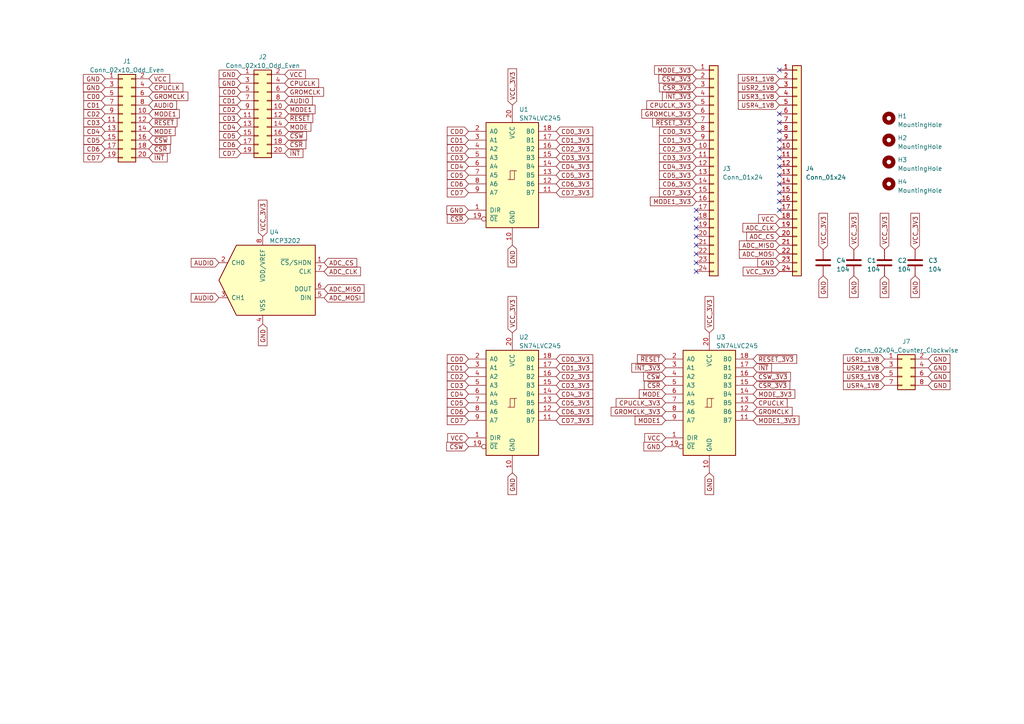
<source format=kicad_sch>
(kicad_sch (version 20230121) (generator eeschema)
  (paper "A4")
  (lib_symbols
    (symbol "Analog_ADC:MCP3202" (pin_names (offset 1.016))
      (property "Reference" "U" (at -6.35 11.43 0))
      (property "Value" "MCP3202" (at 11.43 11.43 0))
      (symbol "MCP3202_0_1"
        (polyline (pts (xy 15.24 10.16) (xy -7.62 10.16) (xy -12.7 0) (xy -7.62 -10.16) (xy 15.24 -10.16) (xy 15.24 10.16)) (stroke (width 0.254)) (fill (type background)))
      )
      (symbol "MCP3202_1_1"
        (pin input line (at 17.78 5.08 180) (length 2.54) (name "~{CS}/SHDN") (number "1"))
        (pin passive line (at -12.7 5.08 0) (length 2.54) (name "CH0") (number "2"))
        (pin passive line (at -12.7 -5.08 0) (length 2.54) (name "CH1") (number "3"))
        (pin power_in line (at 0 -12.7 90) (length 2.54) (name "VSS") (number "4"))
        (pin input line (at 17.78 -5.08 180) (length 2.54) (name "DIN") (number "5"))
        (pin output line (at 17.78 -2.54 180) (length 2.54) (name "DOUT") (number "6"))
        (pin input line (at 17.78 2.54 180) (length 2.54) (name "CLK") (number "7"))
        (pin power_in line (at 0 12.7 270) (length 2.54) (name "VDD/VREF") (number "8"))
      )
    )
    (symbol "Connector_Generic:Conn_01x24" (pin_names (offset 1.016) hide)
      (property "Reference" "J" (at 0 30.48 0))
      (property "Value" "Conn_01x24" (at 0 -33.02 0))
      (symbol "Conn_01x24_1_1"
        (rectangle (start -1.27 -30.353) (end 0 -30.607) (stroke (width 0.1524)))
        (rectangle (start -1.27 -27.813) (end 0 -28.067) (stroke (width 0.1524)))
        (rectangle (start -1.27 -25.273) (end 0 -25.527) (stroke (width 0.1524)))
        (rectangle (start -1.27 -22.733) (end 0 -22.987) (stroke (width 0.1524)))
        (rectangle (start -1.27 -20.193) (end 0 -20.447) (stroke (width 0.1524)))
        (rectangle (start -1.27 -17.653) (end 0 -17.907) (stroke (width 0.1524)))
        (rectangle (start -1.27 -15.113) (end 0 -15.367) (stroke (width 0.1524)))
        (rectangle (start -1.27 -12.573) (end 0 -12.827) (stroke (width 0.1524)))
        (rectangle (start -1.27 -10.033) (end 0 -10.287) (stroke (width 0.1524)))
        (rectangle (start -1.27 -7.493) (end 0 -7.747) (stroke (width 0.1524)))
        (rectangle (start -1.27 -4.953) (end 0 -5.207) (stroke (width 0.1524)))
        (rectangle (start -1.27 -2.413) (end 0 -2.667) (stroke (width 0.1524)))
        (rectangle (start -1.27 0.127) (end 0 -0.127) (stroke (width 0.1524)))
        (rectangle (start -1.27 2.667) (end 0 2.413) (stroke (width 0.1524)))
        (rectangle (start -1.27 5.207) (end 0 4.953) (stroke (width 0.1524)))
        (rectangle (start -1.27 7.747) (end 0 7.493) (stroke (width 0.1524)))
        (rectangle (start -1.27 10.287) (end 0 10.033) (stroke (width 0.1524)))
        (rectangle (start -1.27 12.827) (end 0 12.573) (stroke (width 0.1524)))
        (rectangle (start -1.27 15.367) (end 0 15.113) (stroke (width 0.1524)))
        (rectangle (start -1.27 17.907) (end 0 17.653) (stroke (width 0.1524)))
        (rectangle (start -1.27 20.447) (end 0 20.193) (stroke (width 0.1524)))
        (rectangle (start -1.27 22.987) (end 0 22.733) (stroke (width 0.1524)))
        (rectangle (start -1.27 25.527) (end 0 25.273) (stroke (width 0.1524)))
        (rectangle (start -1.27 28.067) (end 0 27.813) (stroke (width 0.1524)))
        (rectangle (start -1.27 29.21) (end 1.27 -31.75) (stroke (width 0.254)) (fill (type background)))
        (pin passive line (at -5.08 27.94 0) (length 3.81) (name "Pin_1") (number "1"))
        (pin passive line (at -5.08 5.08 0) (length 3.81) (name "Pin_10") (number "10"))
        (pin passive line (at -5.08 2.54 0) (length 3.81) (name "Pin_11") (number "11"))
        (pin passive line (at -5.08 0 0) (length 3.81) (name "Pin_12") (number "12"))
        (pin passive line (at -5.08 -2.54 0) (length 3.81) (name "Pin_13") (number "13"))
        (pin passive line (at -5.08 -5.08 0) (length 3.81) (name "Pin_14") (number "14"))
        (pin passive line (at -5.08 -7.62 0) (length 3.81) (name "Pin_15") (number "15"))
        (pin passive line (at -5.08 -10.16 0) (length 3.81) (name "Pin_16") (number "16"))
        (pin passive line (at -5.08 -12.7 0) (length 3.81) (name "Pin_17") (number "17"))
        (pin passive line (at -5.08 -15.24 0) (length 3.81) (name "Pin_18") (number "18"))
        (pin passive line (at -5.08 -17.78 0) (length 3.81) (name "Pin_19") (number "19"))
        (pin passive line (at -5.08 25.4 0) (length 3.81) (name "Pin_2") (number "2"))
        (pin passive line (at -5.08 -20.32 0) (length 3.81) (name "Pin_20") (number "20"))
        (pin passive line (at -5.08 -22.86 0) (length 3.81) (name "Pin_21") (number "21"))
        (pin passive line (at -5.08 -25.4 0) (length 3.81) (name "Pin_22") (number "22"))
        (pin passive line (at -5.08 -27.94 0) (length 3.81) (name "Pin_23") (number "23"))
        (pin passive line (at -5.08 -30.48 0) (length 3.81) (name "Pin_24") (number "24"))
        (pin passive line (at -5.08 22.86 0) (length 3.81) (name "Pin_3") (number "3"))
        (pin passive line (at -5.08 20.32 0) (length 3.81) (name "Pin_4") (number "4"))
        (pin passive line (at -5.08 17.78 0) (length 3.81) (name "Pin_5") (number "5"))
        (pin passive line (at -5.08 15.24 0) (length 3.81) (name "Pin_6") (number "6"))
        (pin passive line (at -5.08 12.7 0) (length 3.81) (name "Pin_7") (number "7"))
        (pin passive line (at -5.08 10.16 0) (length 3.81) (name "Pin_8") (number "8"))
        (pin passive line (at -5.08 7.62 0) (length 3.81) (name "Pin_9") (number "9"))
      )
    )
    (symbol "Connector_Generic:Conn_02x04_Odd_Even" (pin_names (offset 1.016) hide)
      (property "Reference" "J" (at 1.27 5.08 0))
      (property "Value" "Conn_02x04_Odd_Even" (at 1.27 -7.62 0))
      (symbol "Conn_02x04_Odd_Even_1_1"
        (rectangle (start -1.27 -4.953) (end 0 -5.207) (stroke (width 0.1524)))
        (rectangle (start -1.27 -2.413) (end 0 -2.667) (stroke (width 0.1524)))
        (rectangle (start -1.27 0.127) (end 0 -0.127) (stroke (width 0.1524)))
        (rectangle (start -1.27 2.667) (end 0 2.413) (stroke (width 0.1524)))
        (rectangle (start -1.27 3.81) (end 3.81 -6.35) (stroke (width 0.254)) (fill (type background)))
        (rectangle (start 3.81 -4.953) (end 2.54 -5.207) (stroke (width 0.1524)))
        (rectangle (start 3.81 -2.413) (end 2.54 -2.667) (stroke (width 0.1524)))
        (rectangle (start 3.81 0.127) (end 2.54 -0.127) (stroke (width 0.1524)))
        (rectangle (start 3.81 2.667) (end 2.54 2.413) (stroke (width 0.1524)))
        (pin passive line (at -5.08 2.54 0) (length 3.81) (name "Pin_1") (number "1"))
        (pin passive line (at 7.62 2.54 180) (length 3.81) (name "Pin_2") (number "2"))
        (pin passive line (at -5.08 0 0) (length 3.81) (name "Pin_3") (number "3"))
        (pin passive line (at 7.62 0 180) (length 3.81) (name "Pin_4") (number "4"))
        (pin passive line (at -5.08 -2.54 0) (length 3.81) (name "Pin_5") (number "5"))
        (pin passive line (at 7.62 -2.54 180) (length 3.81) (name "Pin_6") (number "6"))
        (pin passive line (at -5.08 -5.08 0) (length 3.81) (name "Pin_7") (number "7"))
        (pin passive line (at 7.62 -5.08 180) (length 3.81) (name "Pin_8") (number "8"))
      )
    )
    (symbol "Connector_Generic:Conn_02x10_Odd_Even" (pin_names (offset 1.016) hide)
      (property "Reference" "J" (at 1.27 12.7 0))
      (property "Value" "Conn_02x10_Odd_Even" (at 1.27 -15.24 0))
      (symbol "Conn_02x10_Odd_Even_1_1"
        (rectangle (start -1.27 -12.573) (end 0 -12.827) (stroke (width 0.1524)))
        (rectangle (start -1.27 -10.033) (end 0 -10.287) (stroke (width 0.1524)))
        (rectangle (start -1.27 -7.493) (end 0 -7.747) (stroke (width 0.1524)))
        (rectangle (start -1.27 -4.953) (end 0 -5.207) (stroke (width 0.1524)))
        (rectangle (start -1.27 -2.413) (end 0 -2.667) (stroke (width 0.1524)))
        (rectangle (start -1.27 0.127) (end 0 -0.127) (stroke (width 0.1524)))
        (rectangle (start -1.27 2.667) (end 0 2.413) (stroke (width 0.1524)))
        (rectangle (start -1.27 5.207) (end 0 4.953) (stroke (width 0.1524)))
        (rectangle (start -1.27 7.747) (end 0 7.493) (stroke (width 0.1524)))
        (rectangle (start -1.27 10.287) (end 0 10.033) (stroke (width 0.1524)))
        (rectangle (start -1.27 11.43) (end 3.81 -13.97) (stroke (width 0.254)) (fill (type background)))
        (rectangle (start 3.81 -12.573) (end 2.54 -12.827) (stroke (width 0.1524)))
        (rectangle (start 3.81 -10.033) (end 2.54 -10.287) (stroke (width 0.1524)))
        (rectangle (start 3.81 -7.493) (end 2.54 -7.747) (stroke (width 0.1524)))
        (rectangle (start 3.81 -4.953) (end 2.54 -5.207) (stroke (width 0.1524)))
        (rectangle (start 3.81 -2.413) (end 2.54 -2.667) (stroke (width 0.1524)))
        (rectangle (start 3.81 0.127) (end 2.54 -0.127) (stroke (width 0.1524)))
        (rectangle (start 3.81 2.667) (end 2.54 2.413) (stroke (width 0.1524)))
        (rectangle (start 3.81 5.207) (end 2.54 4.953) (stroke (width 0.1524)))
        (rectangle (start 3.81 7.747) (end 2.54 7.493) (stroke (width 0.1524)))
        (rectangle (start 3.81 10.287) (end 2.54 10.033) (stroke (width 0.1524)))
        (pin passive line (at -5.08 10.16 0) (length 3.81) (name "Pin_1") (number "1"))
        (pin passive line (at 7.62 0 180) (length 3.81) (name "Pin_10") (number "10"))
        (pin passive line (at -5.08 -2.54 0) (length 3.81) (name "Pin_11") (number "11"))
        (pin passive line (at 7.62 -2.54 180) (length 3.81) (name "Pin_12") (number "12"))
        (pin passive line (at -5.08 -5.08 0) (length 3.81) (name "Pin_13") (number "13"))
        (pin passive line (at 7.62 -5.08 180) (length 3.81) (name "Pin_14") (number "14"))
        (pin passive line (at -5.08 -7.62 0) (length 3.81) (name "Pin_15") (number "15"))
        (pin passive line (at 7.62 -7.62 180) (length 3.81) (name "Pin_16") (number "16"))
        (pin passive line (at -5.08 -10.16 0) (length 3.81) (name "Pin_17") (number "17"))
        (pin passive line (at 7.62 -10.16 180) (length 3.81) (name "Pin_18") (number "18"))
        (pin passive line (at -5.08 -12.7 0) (length 3.81) (name "Pin_19") (number "19"))
        (pin passive line (at 7.62 10.16 180) (length 3.81) (name "Pin_2") (number "2"))
        (pin passive line (at 7.62 -12.7 180) (length 3.81) (name "Pin_20") (number "20"))
        (pin passive line (at -5.08 7.62 0) (length 3.81) (name "Pin_3") (number "3"))
        (pin passive line (at 7.62 7.62 180) (length 3.81) (name "Pin_4") (number "4"))
        (pin passive line (at -5.08 5.08 0) (length 3.81) (name "Pin_5") (number "5"))
        (pin passive line (at 7.62 5.08 180) (length 3.81) (name "Pin_6") (number "6"))
        (pin passive line (at -5.08 2.54 0) (length 3.81) (name "Pin_7") (number "7"))
        (pin passive line (at 7.62 2.54 180) (length 3.81) (name "Pin_8") (number "8"))
        (pin passive line (at -5.08 0 0) (length 3.81) (name "Pin_9") (number "9"))
      )
    )
    (symbol "Device:C" (pin_numbers hide) (pin_names (offset 0.254))
      (property "Reference" "C" (at 0.635 2.54 0))
      (property "Value" "C" (at 0.635 -2.54 0))
      (symbol "C_0_1"
        (polyline (pts (xy -2.032 -0.762) (xy 2.032 -0.762)) (stroke (width 0.508)))
        (polyline (pts (xy -2.032 0.762) (xy 2.032 0.762)) (stroke (width 0.508)))
      )
      (symbol "C_1_1"
        (pin passive line (at 0 3.81 270) (length 2.794) (name "~") (number "1"))
        (pin passive line (at 0 -3.81 90) (length 2.794) (name "~") (number "2"))
      )
    )
    (symbol "Mechanical:MountingHole" (pin_names (offset 1.016))
      (property "Reference" "H" (at 0 5.08 0))
      (property "Value" "MountingHole" (at 0 3.175 0))
      (symbol "MountingHole_0_1"
        (circle (center 0 0) (radius 1.27) (stroke (width 1.27)))
      )
    )
    (symbol "tms9118a_sym:SN74LVC245" (pin_names (offset 1.016))
      (property "Reference" "U" (at -7.62 16.51 0))
      (property "Value" "SN74LVC245" (at 7.62 16.51 0))
      (symbol "SN74LVC245_1_0"
        (polyline (pts (xy -0.635 -1.27) (xy -0.635 1.27) (xy 0.635 1.27)))
        (polyline (pts (xy -1.27 -1.27) (xy 0.635 -1.27) (xy 0.635 1.27) (xy 1.27 1.27)))
        (pin input line (at -12.7 -10.16 0) (length 5.08) (name "DIR") (number "1"))
        (pin power_in line (at 0 -20.32 90) (length 5.08) (name "GND") (number "10"))
        (pin tri_state line (at 12.7 -5.08 180) (length 5.08) (name "B7") (number "11"))
        (pin tri_state line (at 12.7 -2.54 180) (length 5.08) (name "B6") (number "12"))
        (pin tri_state line (at 12.7 0 180) (length 5.08) (name "B5") (number "13"))
        (pin tri_state line (at 12.7 2.54 180) (length 5.08) (name "B4") (number "14"))
        (pin tri_state line (at 12.7 5.08 180) (length 5.08) (name "B3") (number "15"))
        (pin tri_state line (at 12.7 7.62 180) (length 5.08) (name "B2") (number "16"))
        (pin tri_state line (at 12.7 10.16 180) (length 5.08) (name "B1") (number "17"))
        (pin tri_state line (at 12.7 12.7 180) (length 5.08) (name "B0") (number "18"))
        (pin input inverted (at -12.7 -12.7 0) (length 5.08) (name "~{0E}") (number "19"))
        (pin tri_state line (at -12.7 12.7 0) (length 5.08) (name "A0") (number "2"))
        (pin power_in line (at 0 20.32 270) (length 5.08) (name "VCC") (number "20"))
        (pin tri_state line (at -12.7 10.16 0) (length 5.08) (name "A1") (number "3"))
        (pin tri_state line (at -12.7 7.62 0) (length 5.08) (name "A2") (number "4"))
        (pin tri_state line (at -12.7 5.08 0) (length 5.08) (name "A3") (number "5"))
        (pin tri_state line (at -12.7 2.54 0) (length 5.08) (name "A4") (number "6"))
        (pin tri_state line (at -12.7 0 0) (length 5.08) (name "A5") (number "7"))
        (pin tri_state line (at -12.7 -2.54 0) (length 5.08) (name "A6") (number "8"))
        (pin tri_state line (at -12.7 -5.08 0) (length 5.08) (name "A7") (number "9"))
      )
      (symbol "SN74LVC245_1_1"
        (rectangle (start -7.62 15.24) (end 7.62 -15.24) (stroke (width 0.254)) (fill (type background)))
      )
    )
  )
  (no_connect (at 201.93 71.12))
  (no_connect (at 226.06 43.18))
  (no_connect (at 226.06 20.32))
  (no_connect (at 226.06 35.56))
  (no_connect (at 226.06 55.88))
  (no_connect (at 226.06 38.1))
  (no_connect (at 226.06 48.26))
  (no_connect (at 226.06 58.42))
  (no_connect (at 201.93 63.5))
  (no_connect (at 226.06 50.8))
  (no_connect (at 201.93 68.58))
  (no_connect (at 226.06 33.02))
  (no_connect (at 201.93 78.74))
  (no_connect (at 226.06 53.34))
  (no_connect (at 201.93 73.66))
  (no_connect (at 226.06 45.72))
  (no_connect (at 201.93 66.04))
  (no_connect (at 226.06 60.96))
  (no_connect (at 201.93 60.96))
  (no_connect (at 49.53 -41.91))
  (no_connect (at 201.93 76.2))
  (no_connect (at 226.06 40.64))
  (global_label "GND" (shape input) (at 30.48 22.86 180) (property "Intersheetrefs" "${INTERSHEET_REFS}" (effects hide)))
  (global_label "CD6" (shape input) (at 135.89 119.38 180) (property "Intersheetrefs" "${INTERSHEET_REFS}" (effects hide)))
  (global_label "CD5" (shape input) (at 135.89 116.84 180) (property "Intersheetrefs" "${INTERSHEET_REFS}" (effects hide)))
  (global_label "VCC_3V3" (shape input) (at 238.76 72.39 90) (property "Intersheetrefs" "${INTERSHEET_REFS}" (effects hide)))
  (global_label "CD7" (shape input) (at 135.89 55.88 180) (property "Intersheetrefs" "${INTERSHEET_REFS}" (effects hide)))
  (global_label "~{CSW}" (shape input) (at 43.18 40.64 0) (property "Intersheetrefs" "${INTERSHEET_REFS}" (effects hide)))
  (global_label "CPUCLK_3V3" (shape input) (at 193.04 116.84 180) (property "Intersheetrefs" "${INTERSHEET_REFS}" (effects hide)))
  (global_label "ADC_MISO" (shape input) (at 226.06 71.12 180) (property "Intersheetrefs" "${INTERSHEET_REFS}" (effects hide)))
  (global_label "~{RESET_3V3}" (shape input) (at 201.93 35.56 180) (property "Intersheetrefs" "${INTERSHEET_REFS}" (effects hide)))
  (global_label "GND" (shape input) (at 148.59 137.16 270) (property "Intersheetrefs" "${INTERSHEET_REFS}" (effects hide)))
  (global_label "GND" (shape input) (at 69.85 24.13 180) (property "Intersheetrefs" "${INTERSHEET_REFS}" (effects hide)))
  (global_label "VCC_3V3" (shape input) (at 148.59 96.52 90) (property "Intersheetrefs" "${INTERSHEET_REFS}" (effects hide)))
  (global_label "CD6_3V3" (shape input) (at 161.29 53.34 0) (property "Intersheetrefs" "${INTERSHEET_REFS}" (effects hide)))
  (global_label "AUDIO" (shape input) (at 63.5 76.2 180) (property "Intersheetrefs" "${INTERSHEET_REFS}" (effects hide)))
  (global_label "ADC_MISO" (shape input) (at 93.98 83.82 0) (property "Intersheetrefs" "${INTERSHEET_REFS}" (effects hide)))
  (global_label "GROMCLK_3V3" (shape input) (at 201.93 33.02 180) (property "Intersheetrefs" "${INTERSHEET_REFS}" (effects hide)))
  (global_label "VCC_3V3" (shape input) (at 226.06 78.74 180) (property "Intersheetrefs" "${INTERSHEET_REFS}" (effects hide)))
  (global_label "GND" (shape input) (at 193.04 129.54 180) (property "Intersheetrefs" "${INTERSHEET_REFS}" (effects hide)))
  (global_label "MODE1" (shape input) (at 82.55 31.75 0) (property "Intersheetrefs" "${INTERSHEET_REFS}" (effects hide)))
  (global_label "GND" (shape input) (at 269.24 109.22 0) (property "Intersheetrefs" "${INTERSHEET_REFS}" (effects hide)))
  (global_label "CD5" (shape input) (at 30.48 40.64 180) (property "Intersheetrefs" "${INTERSHEET_REFS}" (effects hide)))
  (global_label "~{CSR}" (shape input) (at 193.04 111.76 180) (property "Intersheetrefs" "${INTERSHEET_REFS}" (effects hide)))
  (global_label "GND" (shape input) (at 148.59 71.12 270) (property "Intersheetrefs" "${INTERSHEET_REFS}" (effects hide)))
  (global_label "CD1" (shape input) (at 69.85 29.21 180) (property "Intersheetrefs" "${INTERSHEET_REFS}" (effects hide)))
  (global_label "CD0" (shape input) (at 30.48 27.94 180) (property "Intersheetrefs" "${INTERSHEET_REFS}" (effects hide)))
  (global_label "CD7_3V3" (shape input) (at 201.93 55.88 180) (property "Intersheetrefs" "${INTERSHEET_REFS}" (effects hide)))
  (global_label "ADC_MOSI" (shape input) (at 226.06 73.66 180) (property "Intersheetrefs" "${INTERSHEET_REFS}" (effects hide)))
  (global_label "~{CSR}" (shape input) (at 82.55 41.91 0) (property "Intersheetrefs" "${INTERSHEET_REFS}" (effects hide)))
  (global_label "CD4" (shape input) (at 135.89 48.26 180) (property "Intersheetrefs" "${INTERSHEET_REFS}" (effects hide)))
  (global_label "~{CSR}" (shape input) (at 43.18 43.18 0) (property "Intersheetrefs" "${INTERSHEET_REFS}" (effects hide)))
  (global_label "MODE" (shape input) (at 82.55 36.83 0) (property "Intersheetrefs" "${INTERSHEET_REFS}" (effects hide)))
  (global_label "ADC_MOSI" (shape input) (at 93.98 86.36 0) (property "Intersheetrefs" "${INTERSHEET_REFS}" (effects hide)))
  (global_label "GROMCLK" (shape input) (at 218.44 119.38 0) (property "Intersheetrefs" "${INTERSHEET_REFS}" (effects hide)))
  (global_label "CD2" (shape input) (at 135.89 43.18 180) (property "Intersheetrefs" "${INTERSHEET_REFS}" (effects hide)))
  (global_label "CD1" (shape input) (at 30.48 30.48 180) (property "Intersheetrefs" "${INTERSHEET_REFS}" (effects hide)))
  (global_label "VCC_3V3" (shape input) (at 256.54 72.39 90) (property "Intersheetrefs" "${INTERSHEET_REFS}" (effects hide)))
  (global_label "GND" (shape input) (at 256.54 80.01 270) (property "Intersheetrefs" "${INTERSHEET_REFS}" (effects hide)))
  (global_label "CD0_3V3" (shape input) (at 201.93 38.1 180) (property "Intersheetrefs" "${INTERSHEET_REFS}" (effects hide)))
  (global_label "~{CSR}" (shape input) (at 135.89 63.5 180) (property "Intersheetrefs" "${INTERSHEET_REFS}" (effects hide)))
  (global_label "VCC_3V3" (shape input) (at 148.59 30.48 90) (property "Intersheetrefs" "${INTERSHEET_REFS}" (effects hide)))
  (global_label "CD3" (shape input) (at 30.48 35.56 180) (property "Intersheetrefs" "${INTERSHEET_REFS}" (effects hide)))
  (global_label "CPUCLK_3V3" (shape input) (at 201.93 30.48 180) (property "Intersheetrefs" "${INTERSHEET_REFS}" (effects hide)))
  (global_label "VCC" (shape input) (at 226.06 63.5 180) (property "Intersheetrefs" "${INTERSHEET_REFS}" (effects hide)))
  (global_label "CD1_3V3" (shape input) (at 161.29 106.68 0) (property "Intersheetrefs" "${INTERSHEET_REFS}" (effects hide)))
  (global_label "AUDIO" (shape input) (at 63.5 86.36 180) (property "Intersheetrefs" "${INTERSHEET_REFS}" (effects hide)))
  (global_label "CD0_3V3" (shape input) (at 161.29 104.14 0) (property "Intersheetrefs" "${INTERSHEET_REFS}" (effects hide)))
  (global_label "~{INT}" (shape input) (at 82.55 44.45 0) (property "Intersheetrefs" "${INTERSHEET_REFS}" (effects hide)))
  (global_label "USR1_1V8" (shape input) (at 256.54 104.14 180) (property "Intersheetrefs" "${INTERSHEET_REFS}" (effects hide)))
  (global_label "CPUCLK" (shape input) (at 82.55 24.13 0) (property "Intersheetrefs" "${INTERSHEET_REFS}" (effects hide)))
  (global_label "GROMCLK" (shape input) (at 43.18 27.94 0) (property "Intersheetrefs" "${INTERSHEET_REFS}" (effects hide)))
  (global_label "CD5" (shape input) (at 69.85 39.37 180) (property "Intersheetrefs" "${INTERSHEET_REFS}" (effects hide)))
  (global_label "CD0" (shape input) (at 135.89 38.1 180) (property "Intersheetrefs" "${INTERSHEET_REFS}" (effects hide)))
  (global_label "~{CSR_3V3}" (shape input) (at 201.93 25.4 180) (property "Intersheetrefs" "${INTERSHEET_REFS}" (effects hide)))
  (global_label "~{CSW}" (shape input) (at 135.89 129.54 180) (property "Intersheetrefs" "${INTERSHEET_REFS}" (effects hide)))
  (global_label "CD0" (shape input) (at 69.85 26.67 180) (property "Intersheetrefs" "${INTERSHEET_REFS}" (effects hide)))
  (global_label "CD3" (shape input) (at 135.89 111.76 180) (property "Intersheetrefs" "${INTERSHEET_REFS}" (effects hide)))
  (global_label "VCC_3V3" (shape input) (at 247.65 72.39 90) (property "Intersheetrefs" "${INTERSHEET_REFS}" (effects hide)))
  (global_label "GND" (shape input) (at 205.74 137.16 270) (property "Intersheetrefs" "${INTERSHEET_REFS}" (effects hide)))
  (global_label "GND" (shape input) (at 226.06 76.2 180) (property "Intersheetrefs" "${INTERSHEET_REFS}" (effects hide)))
  (global_label "GND" (shape input) (at 247.65 80.01 270) (property "Intersheetrefs" "${INTERSHEET_REFS}" (effects hide)))
  (global_label "VCC_3V3" (shape input) (at 76.2 68.58 90) (property "Intersheetrefs" "${INTERSHEET_REFS}" (effects hide)))
  (global_label "CD3_3V3" (shape input) (at 201.93 45.72 180) (property "Intersheetrefs" "${INTERSHEET_REFS}" (effects hide)))
  (global_label "GROMCLK" (shape input) (at 82.55 26.67 0) (property "Intersheetrefs" "${INTERSHEET_REFS}" (effects hide)))
  (global_label "CD2" (shape input) (at 69.85 31.75 180) (property "Intersheetrefs" "${INTERSHEET_REFS}" (effects hide)))
  (global_label "CD0" (shape input) (at 135.89 104.14 180) (property "Intersheetrefs" "${INTERSHEET_REFS}" (effects hide)))
  (global_label "CD3_3V3" (shape input) (at 161.29 45.72 0) (property "Intersheetrefs" "${INTERSHEET_REFS}" (effects hide)))
  (global_label "ADC_CLK" (shape input) (at 226.06 66.04 180) (property "Intersheetrefs" "${INTERSHEET_REFS}" (effects hide)))
  (global_label "VCC" (shape input) (at 193.04 127 180) (property "Intersheetrefs" "${INTERSHEET_REFS}" (effects hide)))
  (global_label "GND" (shape input) (at 269.24 104.14 0) (property "Intersheetrefs" "${INTERSHEET_REFS}" (effects hide)))
  (global_label "GND" (shape input) (at 238.76 80.01 270) (property "Intersheetrefs" "${INTERSHEET_REFS}" (effects hide)))
  (global_label "CD4" (shape input) (at 30.48 38.1 180) (property "Intersheetrefs" "${INTERSHEET_REFS}" (effects hide)))
  (global_label "GND" (shape input) (at 265.43 80.01 270) (property "Intersheetrefs" "${INTERSHEET_REFS}" (effects hide)))
  (global_label "CD3" (shape input) (at 135.89 45.72 180) (property "Intersheetrefs" "${INTERSHEET_REFS}" (effects hide)))
  (global_label "~{INT}" (shape input) (at 43.18 45.72 0) (property "Intersheetrefs" "${INTERSHEET_REFS}" (effects hide)))
  (global_label "CD7" (shape input) (at 135.89 121.92 180) (property "Intersheetrefs" "${INTERSHEET_REFS}" (effects hide)))
  (global_label "~{INT}" (shape input) (at 218.44 106.68 0) (property "Intersheetrefs" "${INTERSHEET_REFS}" (effects hide)))
  (global_label "USR3_1V8" (shape input) (at 226.06 27.94 180) (property "Intersheetrefs" "${INTERSHEET_REFS}" (effects hide)))
  (global_label "~{CSW}" (shape input) (at 82.55 39.37 0) (property "Intersheetrefs" "${INTERSHEET_REFS}" (effects hide)))
  (global_label "CD5" (shape input) (at 135.89 50.8 180) (property "Intersheetrefs" "${INTERSHEET_REFS}" (effects hide)))
  (global_label "CD4" (shape input) (at 135.89 114.3 180) (property "Intersheetrefs" "${INTERSHEET_REFS}" (effects hide)))
  (global_label "MODE1_3V3" (shape input) (at 218.44 121.92 0) (property "Intersheetrefs" "${INTERSHEET_REFS}" (effects hide)))
  (global_label "VCC" (shape input) (at 135.89 127 180) (property "Intersheetrefs" "${INTERSHEET_REFS}" (effects hide)))
  (global_label "CD1_3V3" (shape input) (at 161.29 40.64 0) (property "Intersheetrefs" "${INTERSHEET_REFS}" (effects hide)))
  (global_label "CD4_3V3" (shape input) (at 161.29 114.3 0) (property "Intersheetrefs" "${INTERSHEET_REFS}" (effects hide)))
  (global_label "CD3_3V3" (shape input) (at 161.29 111.76 0) (property "Intersheetrefs" "${INTERSHEET_REFS}" (effects hide)))
  (global_label "CD2" (shape input) (at 135.89 109.22 180) (property "Intersheetrefs" "${INTERSHEET_REFS}" (effects hide)))
  (global_label "VCC_3V3" (shape input) (at 205.74 96.52 90) (property "Intersheetrefs" "${INTERSHEET_REFS}" (effects hide)))
  (global_label "CD1_3V3" (shape input) (at 201.93 40.64 180) (property "Intersheetrefs" "${INTERSHEET_REFS}" (effects hide)))
  (global_label "CD6" (shape input) (at 30.48 43.18 180) (property "Intersheetrefs" "${INTERSHEET_REFS}" (effects hide)))
  (global_label "CD7" (shape input) (at 69.85 44.45 180) (property "Intersheetrefs" "${INTERSHEET_REFS}" (effects hide)))
  (global_label "GROMCLK_3V3" (shape input) (at 193.04 119.38 180) (property "Intersheetrefs" "${INTERSHEET_REFS}" (effects hide)))
  (global_label "CD0_3V3" (shape input) (at 161.29 38.1 0) (property "Intersheetrefs" "${INTERSHEET_REFS}" (effects hide)))
  (global_label "CD5_3V3" (shape input) (at 161.29 50.8 0) (property "Intersheetrefs" "${INTERSHEET_REFS}" (effects hide)))
  (global_label "CD6_3V3" (shape input) (at 161.29 119.38 0) (property "Intersheetrefs" "${INTERSHEET_REFS}" (effects hide)))
  (global_label "USR4_1V8" (shape input) (at 226.06 30.48 180) (property "Intersheetrefs" "${INTERSHEET_REFS}" (effects hide)))
  (global_label "ADC_CS" (shape input) (at 93.98 76.2 0) (property "Intersheetrefs" "${INTERSHEET_REFS}" (effects hide)))
  (global_label "GND" (shape input) (at 135.89 60.96 180) (property "Intersheetrefs" "${INTERSHEET_REFS}" (effects hide)))
  (global_label "MODE_3V3" (shape input) (at 201.93 20.32 180) (property "Intersheetrefs" "${INTERSHEET_REFS}" (effects hide)))
  (global_label "GND" (shape input) (at 269.24 111.76 0) (property "Intersheetrefs" "${INTERSHEET_REFS}" (effects hide)))
  (global_label "CD7_3V3" (shape input) (at 161.29 121.92 0) (property "Intersheetrefs" "${INTERSHEET_REFS}" (effects hide)))
  (global_label "~{RESET}" (shape input) (at 82.55 34.29 0) (property "Intersheetrefs" "${INTERSHEET_REFS}" (effects hide)))
  (global_label "GND" (shape input) (at 76.2 93.98 270) (property "Intersheetrefs" "${INTERSHEET_REFS}" (effects hide)))
  (global_label "ADC_CS" (shape input) (at 226.06 68.58 180) (property "Intersheetrefs" "${INTERSHEET_REFS}" (effects hide)))
  (global_label "CD4" (shape input) (at 69.85 36.83 180) (property "Intersheetrefs" "${INTERSHEET_REFS}" (effects hide)))
  (global_label "CD6" (shape input) (at 69.85 41.91 180) (property "Intersheetrefs" "${INTERSHEET_REFS}" (effects hide)))
  (global_label "~{RESET}" (shape input) (at 193.04 104.14 180) (property "Intersheetrefs" "${INTERSHEET_REFS}" (effects hide)))
  (global_label "CD6" (shape input) (at 135.89 53.34 180) (property "Intersheetrefs" "${INTERSHEET_REFS}" (effects hide)))
  (global_label "CD4_3V3" (shape input) (at 201.93 48.26 180) (property "Intersheetrefs" "${INTERSHEET_REFS}" (effects hide)))
  (global_label "~{CSW}" (shape input) (at 193.04 109.22 180) (property "Intersheetrefs" "${INTERSHEET_REFS}" (effects hide)))
  (global_label "CD3" (shape input) (at 69.85 34.29 180) (property "Intersheetrefs" "${INTERSHEET_REFS}" (effects hide)))
  (global_label "~{RESET}" (shape input) (at 43.18 35.56 0) (property "Intersheetrefs" "${INTERSHEET_REFS}" (effects hide)))
  (global_label "VCC_3V3" (shape input) (at 265.43 72.39 90) (property "Intersheetrefs" "${INTERSHEET_REFS}" (effects hide)))
  (global_label "CPUCLK" (shape input) (at 43.18 25.4 0) (property "Intersheetrefs" "${INTERSHEET_REFS}" (effects hide)))
  (global_label "CD2_3V3" (shape input) (at 161.29 43.18 0) (property "Intersheetrefs" "${INTERSHEET_REFS}" (effects hide)))
  (global_label "USR3_1V8" (shape input) (at 256.54 109.22 180) (property "Intersheetrefs" "${INTERSHEET_REFS}" (effects hide)))
  (global_label "CD1" (shape input) (at 135.89 106.68 180) (property "Intersheetrefs" "${INTERSHEET_REFS}" (effects hide)))
  (global_label "USR1_1V8" (shape input) (at 226.06 22.86 180) (property "Intersheetrefs" "${INTERSHEET_REFS}" (effects hide)))
  (global_label "CD1" (shape input) (at 135.89 40.64 180) (property "Intersheetrefs" "${INTERSHEET_REFS}" (effects hide)))
  (global_label "MODE1" (shape input) (at 193.04 121.92 180) (property "Intersheetrefs" "${INTERSHEET_REFS}" (effects hide)))
  (global_label "~{CSW_3V3}" (shape input) (at 201.93 22.86 180) (property "Intersheetrefs" "${INTERSHEET_REFS}" (effects hide)))
  (global_label "CD7_3V3" (shape input) (at 161.29 55.88 0) (property "Intersheetrefs" "${INTERSHEET_REFS}" (effects hide)))
  (global_label "MODE" (shape input) (at 193.04 114.3 180) (property "Intersheetrefs" "${INTERSHEET_REFS}" (effects hide)))
  (global_label "CD4_3V3" (shape input) (at 161.29 48.26 0) (property "Intersheetrefs" "${INTERSHEET_REFS}" (effects hide)))
  (global_label "CD5_3V3" (shape input) (at 161.29 116.84 0) (property "Intersheetrefs" "${INTERSHEET_REFS}" (effects hide)))
  (global_label "CD2_3V3" (shape input) (at 201.93 43.18 180) (property "Intersheetrefs" "${INTERSHEET_REFS}" (effects hide)))
  (global_label "MODE1_3V3" (shape input) (at 201.93 58.42 180) (property "Intersheetrefs" "${INTERSHEET_REFS}" (effects hide)))
  (global_label "CD6_3V3" (shape input) (at 201.93 53.34 180) (property "Intersheetrefs" "${INTERSHEET_REFS}" (effects hide)))
  (global_label "VCC" (shape input) (at 82.55 21.59 0) (property "Intersheetrefs" "${INTERSHEET_REFS}" (effects hide)))
  (global_label "CPUCLK" (shape input) (at 218.44 116.84 0) (property "Intersheetrefs" "${INTERSHEET_REFS}" (effects hide)))
  (global_label "VCC" (shape input) (at 43.18 22.86 0) (property "Intersheetrefs" "${INTERSHEET_REFS}" (effects hide)))
  (global_label "CD7" (shape input) (at 30.48 45.72 180) (property "Intersheetrefs" "${INTERSHEET_REFS}" (effects hide)))
  (global_label "USR2_1V8" (shape input) (at 226.06 25.4 180) (property "Intersheetrefs" "${INTERSHEET_REFS}" (effects hide)))
  (global_label "MODE_3V3" (shape input) (at 218.44 114.3 0) (property "Intersheetrefs" "${INTERSHEET_REFS}" (effects hide)))
  (global_label "CD5_3V3" (shape input) (at 201.93 50.8 180) (property "Intersheetrefs" "${INTERSHEET_REFS}" (effects hide)))
  (global_label "~{CSW_3V3}" (shape input) (at 218.44 109.22 0) (property "Intersheetrefs" "${INTERSHEET_REFS}" (effects hide)))
  (global_label "USR2_1V8" (shape input) (at 256.54 106.68 180) (property "Intersheetrefs" "${INTERSHEET_REFS}" (effects hide)))
  (global_label "MODE1" (shape input) (at 43.18 33.02 0) (property "Intersheetrefs" "${INTERSHEET_REFS}" (effects hide)))
  (global_label "~{INT_3V3}" (shape input) (at 193.04 106.68 180) (property "Intersheetrefs" "${INTERSHEET_REFS}" (effects hide)))
  (global_label "AUDIO" (shape input) (at 82.55 29.21 0) (property "Intersheetrefs" "${INTERSHEET_REFS}" (effects hide)))
  (global_label "AUDIO" (shape input) (at 43.18 30.48 0) (property "Intersheetrefs" "${INTERSHEET_REFS}" (effects hide)))
  (global_label "~{CSR_3V3}" (shape input) (at 218.44 111.76 0) (property "Intersheetrefs" "${INTERSHEET_REFS}" (effects hide)))
  (global_label "GND" (shape input) (at 69.85 21.59 180) (property "Intersheetrefs" "${INTERSHEET_REFS}" (effects hide)))
  (global_label "~{RESET_3V3}" (shape input) (at 218.44 104.14 0) (property "Intersheetrefs" "${INTERSHEET_REFS}" (effects hide)))
  (global_label "MODE" (shape input) (at 43.18 38.1 0) (property "Intersheetrefs" "${INTERSHEET_REFS}" (effects hide)))
  (global_label "CD2" (shape input) (at 30.48 33.02 180) (property "Intersheetrefs" "${INTERSHEET_REFS}" (effects hide)))
  (global_label "GND" (shape input) (at 30.48 25.4 180) (property "Intersheetrefs" "${INTERSHEET_REFS}" (effects hide)))
  (global_label "ADC_CLK" (shape input) (at 93.98 78.74 0) (property "Intersheetrefs" "${INTERSHEET_REFS}" (effects hide)))
  (global_label "USR4_1V8" (shape input) (at 256.54 111.76 180) (property "Intersheetrefs" "${INTERSHEET_REFS}" (effects hide)))
  (global_label "CD2_3V3" (shape input) (at 161.29 109.22 0) (property "Intersheetrefs" "${INTERSHEET_REFS}" (effects hide)))
  (global_label "~{INT_3V3}" (shape input) (at 201.93 27.94 180) (property "Intersheetrefs" "${INTERSHEET_REFS}" (effects hide)))
  (global_label "GND" (shape input) (at 269.24 106.68 0) (property "Intersheetrefs" "${INTERSHEET_REFS}" (effects hide)))
  (symbol (lib_id "Analog_ADC:MCP3202") (at 76.2 81.28 0) (unit 1)
    (property "Reference" "U4" (at 78.1559 67.31 0) (effects (justify left)))
    (property "Value" "MCP3202" (at 78.1559 69.85 0) (effects (justify left)))
    (property "Footprint" "Package_DIP:DIP-8_W7.62mm_LongPads" (effects hide))
    (property "Datasheet" "http://ww1.microchip.com/downloads/en/DeviceDoc/21034D.pdf" (effects hide))
  )
  (symbol (lib_id "Mechanical:MountingHole") (at 257.81 53.34 0) (unit 1)
    (property "Reference" "H4" (at 260.35 52.705 0) (effects (justify left)))
    (property "Value" "MountingHole" (at 260.35 55.245 0) (effects (justify left)))
    (property "Footprint" "MountingHole:MountingHole_2.2mm_M2_ISO7380_Pad" (effects hide))
  )
  (symbol (lib_id "tms9118a_sym:SN74LVC245") (at 205.74 116.84 0) (unit 1)
    (property "Reference" "U3" (at 207.6959 97.79 0) (effects (justify left)))
    (property "Value" "SN74LVC245" (at 207.6959 100.33 0) (effects (justify left)))
    (property "Footprint" "Package_DIP:DIP-20_W7.62mm_Socket_LongPads" (effects hide))
  )
  (symbol (lib_id "Connector_Generic:Conn_02x04_Odd_Even") (at 261.62 106.68 0) (unit 1)
    (property "Reference" "J7" (at 262.89 99.06 0))
    (property "Value" "Conn_02x04_Counter_Clockwise" (at 262.89 101.6 0))
    (property "Footprint" "Connector_PinHeader_2.54mm:PinHeader_2x04_P2.54mm_Vertical" (effects hide))
  )
  (symbol (lib_id "Connector_Generic:Conn_01x24") (at 207.01 48.26 0) (unit 1)
    (property "Reference" "J3" (at 209.55 48.895 0) (effects (justify left)))
    (property "Value" "Conn_01x24" (at 209.55 51.435 0) (effects (justify left)))
    (property "Footprint" "Connector_PinSocket_2.54mm:PinSocket_1x24_P2.54mm_Vertical" (effects hide))
  )
  (symbol (lib_id "Connector_Generic:Conn_02x10_Odd_Even") (at 74.93 31.75 0) (unit 1)
    (property "Reference" "J2" (at 76.2 16.51 0))
    (property "Value" "Conn_02x10_Odd_Even" (at 76.2 19.05 0))
    (property "Footprint" "Connector_PinHeader_2.54mm:PinHeader_2x10_P2.54mm_Vertical" (effects hide))
  )
  (symbol (lib_id "tms9118a_sym:SN74LVC245") (at 148.59 50.8 0) (unit 1)
    (property "Reference" "U1" (at 150.5459 31.75 0) (effects (justify left)))
    (property "Value" "SN74LVC245" (at 150.5459 34.29 0) (effects (justify left)))
    (property "Footprint" "Package_DIP:DIP-20_W7.62mm_Socket_LongPads" (effects hide))
  )
  (symbol (lib_id "Mechanical:MountingHole") (at 257.81 46.99 0) (unit 1)
    (property "Reference" "H3" (at 260.35 46.355 0) (effects (justify left)))
    (property "Value" "MountingHole" (at 260.35 48.895 0) (effects (justify left)))
    (property "Footprint" "MountingHole:MountingHole_2.2mm_M2_ISO7380_Pad" (effects hide))
  )
  (symbol (lib_id "Connector_Generic:Conn_02x10_Odd_Even") (at 35.56 33.02 0) (unit 1)
    (property "Reference" "J1" (at 36.83 17.78 0))
    (property "Value" "Conn_02x10_Odd_Even" (at 36.83 20.32 0))
    (property "Footprint" "Connector_PinHeader_2.54mm:PinHeader_2x10_P2.54mm_Vertical" (effects hide))
  )
  (symbol (lib_id "Device:C") (at 247.65 76.2 0) (unit 1)
    (property "Reference" "C1" (at 251.46 75.565 0) (effects (justify left)))
    (property "Value" "104" (at 251.46 78.105 0) (effects (justify left)))
    (property "Footprint" "Capacitor_THT:C_Disc_D5.0mm_W2.5mm_P2.50mm" (effects hide))
  )
  (symbol (lib_id "Connector_Generic:Conn_01x24") (at 231.14 48.26 0) (unit 1)
    (property "Reference" "J4" (at 233.68 48.895 0) (effects (justify left)))
    (property "Value" "Conn_01x24" (at 233.68 51.435 0) (effects (justify left)))
    (property "Footprint" "Connector_PinSocket_2.54mm:PinSocket_1x24_P2.54mm_Vertical" (effects hide))
  )
  (symbol (lib_id "tms9118a_sym:SN74LVC245") (at 148.59 116.84 0) (unit 1)
    (property "Reference" "U2" (at 150.5459 97.79 0) (effects (justify left)))
    (property "Value" "SN74LVC245" (at 150.5459 100.33 0) (effects (justify left)))
    (property "Footprint" "Package_DIP:DIP-20_W7.62mm_Socket_LongPads" (effects hide))
  )
  (symbol (lib_id "Device:C") (at 256.54 76.2 0) (unit 1)
    (property "Reference" "C2" (at 260.35 75.565 0) (effects (justify left)))
    (property "Value" "104" (at 260.35 78.105 0) (effects (justify left)))
    (property "Footprint" "Capacitor_THT:C_Disc_D5.0mm_W2.5mm_P2.50mm" (effects hide))
  )
  (symbol (lib_id "Device:C") (at 265.43 76.2 0) (unit 1)
    (property "Reference" "C3" (at 269.24 75.565 0) (effects (justify left)))
    (property "Value" "104" (at 269.24 78.105 0) (effects (justify left)))
    (property "Footprint" "Capacitor_THT:C_Disc_D5.0mm_W2.5mm_P2.50mm" (effects hide))
  )
  (symbol (lib_id "Mechanical:MountingHole") (at 257.81 34.29 0) (unit 1)
    (property "Reference" "H1" (at 260.35 33.655 0) (effects (justify left)))
    (property "Value" "MountingHole" (at 260.35 36.195 0) (effects (justify left)))
    (property "Footprint" "MountingHole:MountingHole_2.2mm_M2_ISO7380_Pad" (effects hide))
  )
  (symbol (lib_id "Mechanical:MountingHole") (at 257.81 40.64 0) (unit 1)
    (property "Reference" "H2" (at 260.35 40.005 0) (effects (justify left)))
    (property "Value" "MountingHole" (at 260.35 42.545 0) (effects (justify left)))
    (property "Footprint" "MountingHole:MountingHole_2.2mm_M2_ISO7380_Pad" (effects hide))
  )
  (symbol (lib_id "Device:C") (at 238.76 76.2 0) (unit 1)
    (property "Reference" "C4" (at 242.57 75.565 0) (effects (justify left)))
    (property "Value" "104" (at 242.57 78.105 0) (effects (justify left)))
    (property "Footprint" "Capacitor_THT:C_Disc_D5.0mm_W2.5mm_P2.50mm" (effects hide))
  )
)
</source>
